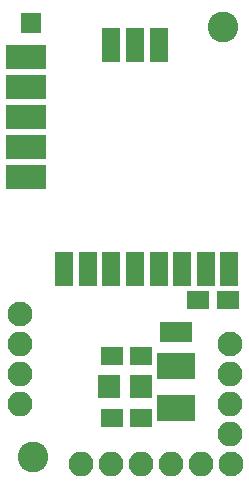
<source format=gbs>
G04 #@! TF.FileFunction,Soldermask,Bot*
%FSLAX46Y46*%
G04 Gerber Fmt 4.6, Leading zero omitted, Abs format (unit mm)*
G04 Created by KiCad (PCBNEW 4.0.2-stable) date 01.06.2017 12:53:20*
%MOMM*%
G01*
G04 APERTURE LIST*
%ADD10C,0.100000*%
%ADD11R,1.600000X2.924000*%
%ADD12C,2.100000*%
%ADD13O,2.100000X2.100000*%
%ADD14R,3.400000X2.100000*%
%ADD15R,1.900000X1.650000*%
%ADD16C,2.600000*%
%ADD17R,1.750000X1.750000*%
%ADD18R,1.900000X0.800000*%
%ADD19R,3.194000X2.178000*%
%ADD20R,1.370000X1.670000*%
G04 APERTURE END LIST*
D10*
D11*
X188610000Y-107282000D03*
X186610000Y-107282000D03*
X184610000Y-107282000D03*
X182610000Y-107282000D03*
X180610000Y-107282000D03*
X178610000Y-107282000D03*
X176610000Y-107282000D03*
X174610000Y-107282000D03*
X180610000Y-88282000D03*
X182610000Y-88282000D03*
X178610000Y-88282000D03*
D12*
X170878500Y-111061500D03*
D13*
X170878500Y-113601500D03*
X170878500Y-116141500D03*
X170878500Y-118681500D03*
D14*
X171410500Y-99441000D03*
X171410500Y-94361000D03*
X171410500Y-89281000D03*
X171386500Y-96901000D03*
X171386500Y-91821000D03*
D12*
X188658500Y-113601500D03*
D13*
X188658500Y-116141500D03*
X188658500Y-118681500D03*
X188658500Y-121221500D03*
D12*
X188722000Y-123761500D03*
D13*
X186182000Y-123761500D03*
X183642000Y-123761500D03*
X181102000Y-123761500D03*
X178562000Y-123761500D03*
X176022000Y-123761500D03*
D15*
X188448000Y-109880400D03*
X185948000Y-109880400D03*
D16*
X188087000Y-86741000D03*
X171958000Y-123190000D03*
D17*
X171831000Y-86423500D03*
D15*
X178645500Y-119888000D03*
X181145500Y-119888000D03*
X181145500Y-114617500D03*
X178645500Y-114617500D03*
D18*
X181098500Y-116571000D03*
X181098500Y-117221000D03*
X181098500Y-117871000D03*
X178438500Y-117871000D03*
X178438500Y-117221000D03*
X178438500Y-116571000D03*
D19*
X184086500Y-115506500D03*
X184086500Y-119062500D03*
D20*
X184726500Y-112585500D03*
X183446500Y-112585500D03*
M02*

</source>
